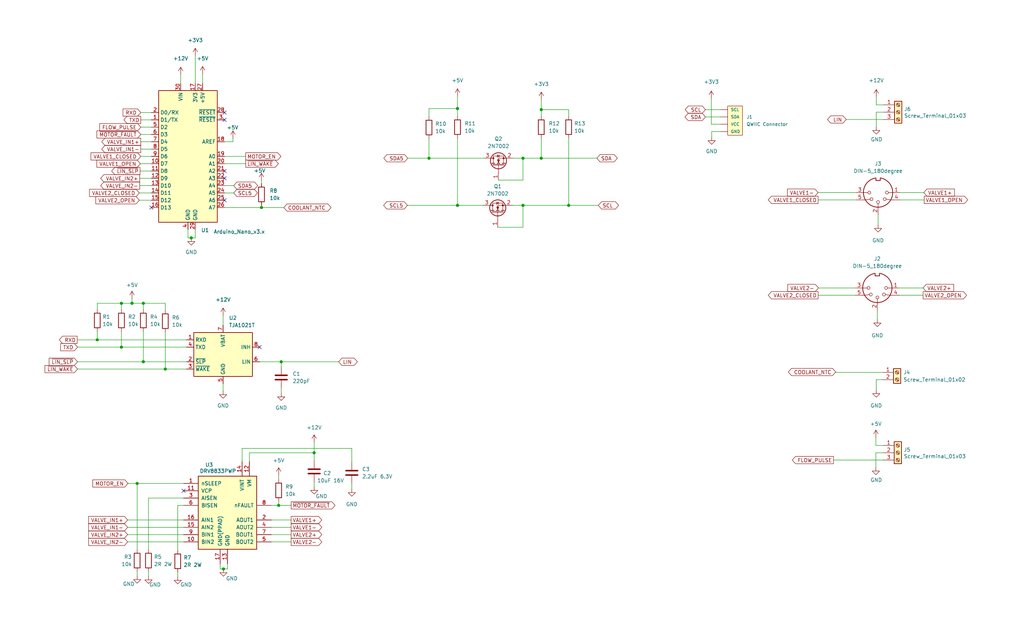
<source format=kicad_sch>
(kicad_sch (version 20211123) (generator eeschema)
  (paper "USLegal")
  (title_block (title "LINBus Valve Controller") (date "2023-02-04") (rev "1.0") (company "Gavin Hurlbut"))
  (lib_symbols
    (symbol "Connector:DIN-5_180degree" (pin_names (offset 1.016))
      (property "Reference" "J" (at 3.175 5.715 0))
      (property "Value" "DIN-5_180degree" (at 0 -6.35 0))
      (symbol "DIN-5_180degree_0_1"
        (arc (start -5.08 0) (mid -3.8609 -3.3364) (end -0.762 -5.08) (stroke (width 0.254)))
        (circle (center -3.048 0) (radius 0.508))
        (circle (center -2.286 2.286) (radius 0.508))
        (polyline (pts (xy -5.08 0) (xy -3.556 0)))
        (polyline (pts (xy 0 5.08) (xy 0 3.81)))
        (polyline (pts (xy 5.08 0) (xy 3.556 0)))
        (polyline (pts (xy -5.08 2.54) (xy -4.318 2.54) (xy -2.794 2.286)))
        (polyline (pts (xy 5.08 2.54) (xy 4.318 2.54) (xy 2.794 2.286)))
        (polyline (pts (xy -0.762 -4.953) (xy -0.762 -4.191) (xy 0.762 -4.191) (xy 0.762 -4.953)) (stroke (width 0.254)))
        (circle (center 0 3.302) (radius 0.508))
        (arc (start 0.762 -5.08) (mid 3.8685 -3.343) (end 5.08 0) (stroke (width 0.254)))
        (circle (center 2.286 2.286) (radius 0.508))
        (circle (center 3.048 0) (radius 0.508))
        (arc (start 5.08 0) (mid 0 5.08) (end -5.08 0) (stroke (width 0.254)))
      )
      (symbol "DIN-5_180degree_1_1"
        (pin passive line (at -7.62 0 0) (length 2.54) (name "~") (number "1"))
        (pin passive line (at 0 7.62 270) (length 2.54) (name "~") (number "2"))
        (pin passive line (at 7.62 0 180) (length 2.54) (name "~") (number "3"))
        (pin passive line (at -7.62 2.54 0) (length 2.54) (name "~") (number "4"))
        (pin passive line (at 7.62 2.54 180) (length 2.54) (name "~") (number "5"))
      )
    )
    (symbol "Connector:Screw_Terminal_01x02" (pin_names (offset 1.016) hide)
      (property "Reference" "J" (at 0 2.54 0))
      (property "Value" "Screw_Terminal_01x02" (at 0 -5.08 0))
      (symbol "Screw_Terminal_01x02_1_1"
        (rectangle (start -1.27 1.27) (end 1.27 -3.81) (stroke (width 0.254)) (fill (type background)))
        (circle (center 0 -2.54) (radius 0.635) (stroke (width 0.1524)))
        (polyline (pts (xy -0.5334 -2.2098) (xy 0.3302 -3.048)) (stroke (width 0.1524)))
        (polyline (pts (xy -0.5334 0.3302) (xy 0.3302 -0.508)) (stroke (width 0.1524)))
        (polyline (pts (xy -0.3556 -2.032) (xy 0.508 -2.8702)) (stroke (width 0.1524)))
        (polyline (pts (xy -0.3556 0.508) (xy 0.508 -0.3302)) (stroke (width 0.1524)))
        (circle (center 0 0) (radius 0.635) (stroke (width 0.1524)))
        (pin passive line (at -5.08 0 0) (length 3.81) (name "Pin_1") (number "1"))
        (pin passive line (at -5.08 -2.54 0) (length 3.81) (name "Pin_2") (number "2"))
      )
    )
    (symbol "Connector:Screw_Terminal_01x03" (pin_names (offset 1.016) hide)
      (property "Reference" "J" (at 0 5.08 0))
      (property "Value" "Screw_Terminal_01x03" (at 0 -5.08 0))
      (symbol "Screw_Terminal_01x03_1_1"
        (rectangle (start -1.27 3.81) (end 1.27 -3.81) (stroke (width 0.254)) (fill (type background)))
        (circle (center 0 -2.54) (radius 0.635) (stroke (width 0.1524)))
        (polyline (pts (xy -0.5334 -2.2098) (xy 0.3302 -3.048)) (stroke (width 0.1524)))
        (polyline (pts (xy -0.5334 0.3302) (xy 0.3302 -0.508)) (stroke (width 0.1524)))
        (polyline (pts (xy -0.5334 2.8702) (xy 0.3302 2.032)) (stroke (width 0.1524)))
        (polyline (pts (xy -0.3556 -2.032) (xy 0.508 -2.8702)) (stroke (width 0.1524)))
        (polyline (pts (xy -0.3556 0.508) (xy 0.508 -0.3302)) (stroke (width 0.1524)))
        (polyline (pts (xy -0.3556 3.048) (xy 0.508 2.2098)) (stroke (width 0.1524)))
        (circle (center 0 0) (radius 0.635) (stroke (width 0.1524)))
        (circle (center 0 2.54) (radius 0.635) (stroke (width 0.1524)))
        (pin passive line (at -5.08 2.54 0) (length 3.81) (name "Pin_1") (number "1"))
        (pin passive line (at -5.08 0 0) (length 3.81) (name "Pin_2") (number "2"))
        (pin passive line (at -5.08 -2.54 0) (length 3.81) (name "Pin_3") (number "3"))
      )
    )
    (symbol "Device:C" (pin_numbers hide) (pin_names (offset 0.254))
      (property "Reference" "C" (at 0.635 2.54 0))
      (property "Value" "C" (at 0.635 -2.54 0))
      (symbol "C_0_1"
        (polyline (pts (xy -2.032 -0.762) (xy 2.032 -0.762)) (stroke (width 0.508)))
        (polyline (pts (xy -2.032 0.762) (xy 2.032 0.762)) (stroke (width 0.508)))
      )
      (symbol "C_1_1"
        (pin passive line (at 0 3.81 270) (length 2.794) (name "~") (number "1"))
        (pin passive line (at 0 -3.81 90) (length 2.794) (name "~") (number "2"))
      )
    )
    (symbol "Device:R" (pin_numbers hide) (pin_names (offset 0))
      (property "Reference" "R" (at 2.032 0 90))
      (property "Value" "R" (at 0 0 90))
      (symbol "R_0_1"
        (rectangle (start -1.016 -2.54) (end 1.016 2.54) (stroke (width 0.254)))
      )
      (symbol "R_1_1"
        (pin passive line (at 0 3.81 270) (length 1.27) (name "~") (number "1"))
        (pin passive line (at 0 -3.81 90) (length 1.27) (name "~") (number "2"))
      )
    )
    (symbol "Driver_Motor:DRV8833PWP" (pin_names (offset 1.016))
      (property "Reference" "U" (at -3.81 16.51 0))
      (property "Value" "DRV8833PWP" (at -3.81 13.97 0))
      (symbol "DRV8833PWP_0_1"
        (rectangle (start -10.16 12.7) (end 10.16 -12.7) (stroke (width 0.254)) (fill (type background)))
      )
      (symbol "DRV8833PWP_1_1"
        (pin input line (at -15.24 10.16 0) (length 5.08) (name "nSLEEP") (number "1"))
        (pin input line (at -15.24 -10.16 0) (length 5.08) (name "BIN2") (number "10"))
        (pin bidirectional line (at -15.24 7.62 0) (length 5.08) (name "VCP") (number "11"))
        (pin power_in line (at 7.62 17.78 270) (length 5.08) (name "VM") (number "12"))
        (pin power_in line (at 0 -17.78 90) (length 5.08) (name "GND") (number "13"))
        (pin power_in line (at 5.08 17.78 270) (length 5.08) (name "VINT") (number "14"))
        (pin input line (at -15.24 -5.08 0) (length 5.08) (name "AIN2") (number "15"))
        (pin input line (at -15.24 -2.54 0) (length 5.08) (name "AIN1") (number "16"))
        (pin power_in line (at -2.54 -17.78 90) (length 5.08) (name "GND(PPAD)") (number "17"))
        (pin power_out line (at 15.24 -2.54 180) (length 5.08) (name "AOUT1") (number "2"))
        (pin bidirectional line (at -15.24 5.08 0) (length 5.08) (name "AISEN") (number "3"))
        (pin power_out line (at 15.24 -5.08 180) (length 5.08) (name "AOUT2") (number "4"))
        (pin power_out line (at 15.24 -10.16 180) (length 5.08) (name "BOUT2") (number "5"))
        (pin bidirectional line (at -15.24 2.54 0) (length 5.08) (name "BISEN") (number "6"))
        (pin power_out line (at 15.24 -7.62 180) (length 5.08) (name "BOUT1") (number "7"))
        (pin open_collector line (at 15.24 2.54 180) (length 5.08) (name "nFAULT") (number "8"))
        (pin input line (at -15.24 -7.62 0) (length 5.08) (name "BIN1") (number "9"))
      )
    )
    (symbol "Interface_CAN_LIN:TJA1021T"
      (property "Reference" "U" (at -10.16 8.89 0))
      (property "Value" "TJA1021T" (at 1.27 8.89 0))
      (symbol "TJA1021T_0_1"
        (rectangle (start -10.16 7.62) (end 10.16 -7.62) (stroke (width 0.254)) (fill (type background)))
      )
      (symbol "TJA1021T_1_1"
        (pin open_collector line (at -12.7 5.08 0) (length 2.54) (name "RXD") (number "1"))
        (pin input line (at -12.7 -2.54 0) (length 2.54) (name "~{SLP}") (number "2"))
        (pin input line (at -12.7 -5.08 0) (length 2.54) (name "~{WAKE}") (number "3"))
        (pin input line (at -12.7 2.54 0) (length 2.54) (name "TXD") (number "4"))
        (pin power_in line (at 0 -10.16 90) (length 2.54) (name "GND") (number "5"))
        (pin bidirectional line (at 12.7 -2.54 180) (length 2.54) (name "LIN") (number "6"))
        (pin power_in line (at 0 10.16 270) (length 2.54) (name "VBAT") (number "7"))
        (pin output line (at 12.7 2.54 180) (length 2.54) (name "INH") (number "8"))
      )
    )
    (symbol "MCU_Module:Arduino_Nano_v3.x"
      (property "Reference" "A" (at -10.16 23.495 0))
      (property "Value" "Arduino_Nano_v3.x" (at 5.08 -24.13 0))
      (symbol "Arduino_Nano_v3.x_0_1"
        (rectangle (start -10.16 22.86) (end 10.16 -22.86) (stroke (width 0.254)) (fill (type background)))
      )
      (symbol "Arduino_Nano_v3.x_1_1"
        (pin bidirectional line (at -12.7 12.7 0) (length 2.54) (name "D1/TX") (number "1"))
        (pin bidirectional line (at -12.7 -2.54 0) (length 2.54) (name "D7") (number "10"))
        (pin bidirectional line (at -12.7 -5.08 0) (length 2.54) (name "D8") (number "11"))
        (pin bidirectional line (at -12.7 -7.62 0) (length 2.54) (name "D9") (number "12"))
        (pin bidirectional line (at -12.7 -10.16 0) (length 2.54) (name "D10") (number "13"))
        (pin bidirectional line (at -12.7 -12.7 0) (length 2.54) (name "D11") (number "14"))
        (pin bidirectional line (at -12.7 -15.24 0) (length 2.54) (name "D12") (number "15"))
        (pin bidirectional line (at -12.7 -17.78 0) (length 2.54) (name "D13") (number "16"))
        (pin power_out line (at 2.54 25.4 270) (length 2.54) (name "3V3") (number "17"))
        (pin input line (at 12.7 5.08 180) (length 2.54) (name "AREF") (number "18"))
        (pin bidirectional line (at 12.7 0 180) (length 2.54) (name "A0") (number "19"))
        (pin bidirectional line (at -12.7 15.24 0) (length 2.54) (name "D0/RX") (number "2"))
        (pin bidirectional line (at 12.7 -2.54 180) (length 2.54) (name "A1") (number "20"))
        (pin bidirectional line (at 12.7 -5.08 180) (length 2.54) (name "A2") (number "21"))
        (pin bidirectional line (at 12.7 -7.62 180) (length 2.54) (name "A3") (number "22"))
        (pin bidirectional line (at 12.7 -10.16 180) (length 2.54) (name "A4") (number "23"))
        (pin bidirectional line (at 12.7 -12.7 180) (length 2.54) (name "A5") (number "24"))
        (pin bidirectional line (at 12.7 -15.24 180) (length 2.54) (name "A6") (number "25"))
        (pin bidirectional line (at 12.7 -17.78 180) (length 2.54) (name "A7") (number "26"))
        (pin power_out line (at 5.08 25.4 270) (length 2.54) (name "+5V") (number "27"))
        (pin input line (at 12.7 15.24 180) (length 2.54) (name "~{RESET}") (number "28"))
        (pin power_in line (at 2.54 -25.4 90) (length 2.54) (name "GND") (number "29"))
        (pin input line (at 12.7 12.7 180) (length 2.54) (name "~{RESET}") (number "3"))
        (pin power_in line (at -2.54 25.4 270) (length 2.54) (name "VIN") (number "30"))
        (pin power_in line (at 0 -25.4 90) (length 2.54) (name "GND") (number "4"))
        (pin bidirectional line (at -12.7 10.16 0) (length 2.54) (name "D2") (number "5"))
        (pin bidirectional line (at -12.7 7.62 0) (length 2.54) (name "D3") (number "6"))
        (pin bidirectional line (at -12.7 5.08 0) (length 2.54) (name "D4") (number "7"))
        (pin bidirectional line (at -12.7 2.54 0) (length 2.54) (name "D5") (number "8"))
        (pin bidirectional line (at -12.7 0 0) (length 2.54) (name "D6") (number "9"))
      )
    )
    (symbol "SparkFun-Connectors:I2C_STANDARDQWIIC" (pin_numbers hide) (pin_names (offset 1.016))
      (property "Reference" "J" (at -5.08 10.16 0))
      (property "Value" "I2C_STANDARDQWIIC" (at -5.08 -3.81 0))
      (property "Field4" "CONN-13729" (at 0 13.97 0))
      (symbol "I2C_STANDARDQWIIC_1_0"
        (rectangle (start 0 -1.27) (end -5.08 8.89) (fill (type background)))
      )
      (symbol "I2C_STANDARDQWIIC_1_1"
        (pin power_in line (at 2.54 0 180) (length 2.54) (name "GND") (number "1"))
        (pin power_in line (at 2.54 2.54 180) (length 2.54) (name "VCC") (number "2"))
        (pin passive line (at 2.54 5.08 180) (length 2.54) (name "SDA") (number "3"))
        (pin passive line (at 2.54 7.62 180) (length 2.54) (name "SCL") (number "4"))
      )
    )
    (symbol "Transistor_FET:2N7002" (pin_names hide)
      (property "Reference" "Q" (at 5.08 1.905 0))
      (property "Value" "2N7002" (at 5.08 0 0))
      (symbol "2N7002_0_1"
        (polyline (pts (xy 0.254 0) (xy -2.54 0)))
        (polyline (pts (xy 0.254 1.905) (xy 0.254 -1.905)) (stroke (width 0.254)))
        (polyline (pts (xy 0.762 -1.27) (xy 0.762 -2.286)) (stroke (width 0.254)))
        (polyline (pts (xy 0.762 0.508) (xy 0.762 -0.508)) (stroke (width 0.254)))
        (polyline (pts (xy 0.762 2.286) (xy 0.762 1.27)) (stroke (width 0.254)))
        (polyline (pts (xy 2.54 2.54) (xy 2.54 1.778)))
        (polyline (pts (xy 2.54 -2.54) (xy 2.54 0) (xy 0.762 0)))
        (polyline (pts (xy 0.762 -1.778) (xy 3.302 -1.778) (xy 3.302 1.778) (xy 0.762 1.778)))
        (polyline (pts (xy 1.016 0) (xy 2.032 0.381) (xy 2.032 -0.381) (xy 1.016 0)) (fill (type outline)))
        (polyline (pts (xy 2.794 0.508) (xy 2.921 0.381) (xy 3.683 0.381) (xy 3.81 0.254)))
        (polyline (pts (xy 3.302 0.381) (xy 2.921 -0.254) (xy 3.683 -0.254) (xy 3.302 0.381)))
        (circle (center 1.651 0) (radius 2.794) (stroke (width 0.254)))
        (circle (center 2.54 -1.778) (radius 0.254) (fill (type outline)))
        (circle (center 2.54 1.778) (radius 0.254) (fill (type outline)))
      )
      (symbol "2N7002_1_1"
        (pin input line (at -5.08 0 0) (length 2.54) (name "G") (number "1"))
        (pin passive line (at 2.54 -5.08 90) (length 2.54) (name "S") (number "2"))
        (pin passive line (at 2.54 5.08 270) (length 2.54) (name "D") (number "3"))
      )
    )
    (symbol "power:+12V" (power) (pin_names (offset 0))
      (property "Value" "+12V" (at 0 3.556 0))
      (symbol "+12V_0_1"
        (polyline (pts (xy -0.762 1.27) (xy 0 2.54)))
        (polyline (pts (xy 0 0) (xy 0 2.54)))
        (polyline (pts (xy 0 2.54) (xy 0.762 1.27)))
      )
      (symbol "+12V_1_1"
        (pin power_in line (at 0 0 90) (length 0) hide (name "+12V") (number "1"))
      )
    )
    (symbol "power:+3V3" (power) (pin_names (offset 0))
      (property "Value" "+3V3" (at 0 3.556 0))
      (symbol "+3V3_0_1"
        (polyline (pts (xy -0.762 1.27) (xy 0 2.54)))
        (polyline (pts (xy 0 0) (xy 0 2.54)))
        (polyline (pts (xy 0 2.54) (xy 0.762 1.27)))
      )
      (symbol "+3V3_1_1"
        (pin power_in line (at 0 0 90) (length 0) hide (name "+3V3") (number "1"))
      )
    )
    (symbol "power:+5V" (power) (pin_names (offset 0))
      (property "Value" "+5V" (at 0 3.556 0))
      (symbol "+5V_0_1"
        (polyline (pts (xy -0.762 1.27) (xy 0 2.54)))
        (polyline (pts (xy 0 0) (xy 0 2.54)))
        (polyline (pts (xy 0 2.54) (xy 0.762 1.27)))
      )
      (symbol "+5V_1_1"
        (pin power_in line (at 0 0 90) (length 0) hide (name "+5V") (number "1"))
      )
    )
    (symbol "power:GND" (power) (pin_names (offset 0))
      (property "Value" "GND" (at 0 -3.81 0))
      (symbol "GND_0_1"
        (polyline (pts (xy 0 0) (xy 0 -1.27) (xy 1.27 -1.27) (xy 0 -2.54) (xy -1.27 -1.27) (xy 0 -1.27)))
      )
      (symbol "GND_1_1"
        (pin power_in line (at 0 0 270) (length 0) hide (name "GND") (number "1"))
      )
    )
  )
  (junction (at 148.971 54.991))
  (junction (at 197.485 71.374))
  (junction (at 90.805 72.136))
  (junction (at 97.663 125.73))
  (junction (at 187.96 38.1))
  (junction (at 187.96 54.991))
  (junction (at 33.782 118.11))
  (junction (at 77.597 197.739))
  (junction (at 47.625 168.021))
  (junction (at 96.774 175.641))
  (junction (at 42.164 120.65))
  (junction (at 49.784 125.73))
  (junction (at 66.421 82.677))
  (junction (at 158.877 71.374))
  (junction (at 158.877 37.719))
  (junction (at 57.404 128.27))
  (junction (at 45.847 105.41))
  (junction (at 42.164 105.41))
  (junction (at 181.61 54.991))
  (junction (at 181.61 71.374))
  (junction (at 109.093 157.353))
  (junction (at 49.784 105.41))
  (no_connect (at 63.754 170.561))
  (no_connect (at 77.978 69.596))
  (no_connect (at 77.978 39.116))
  (no_connect (at 77.978 61.976))
  (no_connect (at 52.578 72.136))
  (no_connect (at 77.978 41.656))
  (no_connect (at 77.978 59.436))
  (no_connect (at 90.17 120.65))
  (wire (pts (xy 62.738 25.908) (xy 62.738 28.956)))
  (wire (pts (xy 42.164 115.189) (xy 42.164 120.65)))
  (wire (pts (xy 304.165 162.433) (xy 304.165 157.353)))
  (wire (pts (xy 48.895 54.356) (xy 52.578 54.356)))
  (wire (pts (xy 48.895 49.276) (xy 52.578 49.276)))
  (wire (pts (xy 90.17 125.73) (xy 97.663 125.73)))
  (wire (pts (xy 33.782 118.11) (xy 64.77 118.11)))
  (wire (pts (xy 247.142 45.72) (xy 250.19 45.72)))
  (wire (pts (xy 77.978 54.356) (xy 85.344 54.356)))
  (wire (pts (xy 26.924 128.27) (xy 57.404 128.27)))
  (wire (pts (xy 90.805 72.136) (xy 90.805 71.374)))
  (wire (pts (xy 290.195 129.286) (xy 290.195 129.413)))
  (wire (pts (xy 97.663 125.73) (xy 117.602 125.73)))
  (wire (pts (xy 197.485 38.1) (xy 197.485 40.386)))
  (wire (pts (xy 44.323 188.341) (xy 63.754 188.341)))
  (wire (pts (xy 90.805 62.738) (xy 90.805 63.754)))
  (wire (pts (xy 96.774 175.641) (xy 96.774 174.244)))
  (wire (pts (xy 45.847 105.41) (xy 49.784 105.41)))
  (wire (pts (xy 77.47 133.35) (xy 77.47 135.89)))
  (wire (pts (xy 65.278 79.756) (xy 65.278 82.677)))
  (wire (pts (xy 61.722 198.882) (xy 61.722 200.406)))
  (wire (pts (xy 76.454 197.739) (xy 77.597 197.739)))
  (wire (pts (xy 49.784 125.73) (xy 64.77 125.73)))
  (wire (pts (xy 44.323 180.721) (xy 63.754 180.721)))
  (wire (pts (xy 78.994 197.739) (xy 78.994 195.961)))
  (wire (pts (xy 187.96 38.1) (xy 187.96 40.386)))
  (wire (pts (xy 70.358 25.654) (xy 70.358 28.956)))
  (wire (pts (xy 65.278 82.677) (xy 66.421 82.677)))
  (wire (pts (xy 33.782 107.569) (xy 33.782 105.41)))
  (wire (pts (xy 187.96 34.544) (xy 187.96 38.1)))
  (wire (pts (xy 181.61 78.994) (xy 181.61 71.374)))
  (wire (pts (xy 51.562 198.628) (xy 51.562 200.279)))
  (wire (pts (xy 49.784 115.189) (xy 49.784 125.73)))
  (wire (pts (xy 148.971 48.133) (xy 148.971 54.991)))
  (wire (pts (xy 94.234 180.721) (xy 101.092 180.721)))
  (wire (pts (xy 244.983 40.64) (xy 250.19 40.64)))
  (wire (pts (xy 141.605 54.991) (xy 148.971 54.991)))
  (wire (pts (xy 97.663 125.73) (xy 97.663 127.381)))
  (wire (pts (xy 48.387 67.056) (xy 52.578 67.056)))
  (wire (pts (xy 247.142 47.625) (xy 247.142 45.72)))
  (wire (pts (xy 284.226 100.076) (xy 297.053 100.076)))
  (wire (pts (xy 49.784 105.41) (xy 49.784 107.569)))
  (wire (pts (xy 77.597 197.739) (xy 78.994 197.739)))
  (wire (pts (xy 57.404 115.443) (xy 57.404 128.27)))
  (wire (pts (xy 304.292 135.509) (xy 304.292 131.953)))
  (wire (pts (xy 158.877 40.386) (xy 158.877 37.719)))
  (wire (pts (xy 109.093 153.67) (xy 109.093 157.353)))
  (wire (pts (xy 48.895 41.656) (xy 52.578 41.656)))
  (wire (pts (xy 158.877 33.401) (xy 158.877 37.719)))
  (wire (pts (xy 312.293 100.076) (xy 320.548 100.076)))
  (wire (pts (xy 304.165 154.813) (xy 306.705 154.813)))
  (wire (pts (xy 158.877 71.374) (xy 167.767 71.374)))
  (wire (pts (xy 47.625 168.021) (xy 63.754 168.021)))
  (wire (pts (xy 304.165 154.813) (xy 304.165 152.019)))
  (wire (pts (xy 49.784 105.41) (xy 57.404 105.41)))
  (wire (pts (xy 86.614 160.401) (xy 86.614 157.353)))
  (wire (pts (xy 76.454 195.961) (xy 76.454 197.739)))
  (wire (pts (xy 304.927 74.549) (xy 304.927 78.105)))
  (wire (pts (xy 244.983 38.1) (xy 250.19 38.1)))
  (wire (pts (xy 57.404 105.41) (xy 57.404 107.823)))
  (wire (pts (xy 304.292 36.449) (xy 304.292 33.655)))
  (wire (pts (xy 94.234 188.341) (xy 101.092 188.341)))
  (wire (pts (xy 96.774 165.1) (xy 96.774 166.624)))
  (wire (pts (xy 47.625 191.008) (xy 47.625 168.021)))
  (wire (pts (xy 57.404 128.27) (xy 64.77 128.27)))
  (wire (pts (xy 48.641 59.436) (xy 52.578 59.436)))
  (wire (pts (xy 304.292 131.953) (xy 306.451 131.953)))
  (wire (pts (xy 77.47 109.601) (xy 77.47 113.03)))
  (wire (pts (xy 148.971 37.719) (xy 158.877 37.719)))
  (wire (pts (xy 304.673 107.696) (xy 304.673 110.998)))
  (wire (pts (xy 67.818 19.304) (xy 67.818 28.956)))
  (wire (pts (xy 48.514 61.976) (xy 52.578 61.976)))
  (wire (pts (xy 109.093 157.353) (xy 109.093 160.02)))
  (wire (pts (xy 141.478 71.374) (xy 158.877 71.374)))
  (wire (pts (xy 148.971 54.991) (xy 168.021 54.991)))
  (wire (pts (xy 181.61 71.374) (xy 197.485 71.374)))
  (wire (pts (xy 158.877 48.006) (xy 158.877 71.374)))
  (wire (pts (xy 84.074 155.829) (xy 122.174 155.829)))
  (wire (pts (xy 173.101 62.611) (xy 181.61 62.611)))
  (wire (pts (xy 77.978 72.136) (xy 90.805 72.136)))
  (wire (pts (xy 26.924 125.73) (xy 49.784 125.73)))
  (wire (pts (xy 51.562 173.101) (xy 63.754 173.101)))
  (wire (pts (xy 42.164 105.41) (xy 42.164 107.569)))
  (wire (pts (xy 48.514 64.516) (xy 52.578 64.516)))
  (wire (pts (xy 26.797 118.11) (xy 33.782 118.11)))
  (wire (pts (xy 94.234 175.641) (xy 96.774 175.641)))
  (wire (pts (xy 97.663 135.001) (xy 97.663 136.652)))
  (wire (pts (xy 48.387 69.596) (xy 52.578 69.596)))
  (wire (pts (xy 197.485 48.006) (xy 197.485 71.374)))
  (wire (pts (xy 66.421 82.677) (xy 67.818 82.677)))
  (wire (pts (xy 284.099 102.616) (xy 297.053 102.616)))
  (wire (pts (xy 148.971 37.719) (xy 148.971 40.513)))
  (wire (pts (xy 304.292 38.989) (xy 306.832 38.989)))
  (wire (pts (xy 312.293 102.616) (xy 320.548 102.616)))
  (wire (pts (xy 306.451 129.413) (xy 290.195 129.413)))
  (wire (pts (xy 284.099 69.469) (xy 297.307 69.469)))
  (wire (pts (xy 187.96 54.991) (xy 207.264 54.991)))
  (wire (pts (xy 181.61 54.991) (xy 187.96 54.991)))
  (wire (pts (xy 312.547 69.469) (xy 320.929 69.469)))
  (wire (pts (xy 84.074 160.401) (xy 84.074 155.829)))
  (wire (pts (xy 47.625 198.628) (xy 47.625 200.152)))
  (wire (pts (xy 63.754 183.261) (xy 44.323 183.261)))
  (wire (pts (xy 48.768 56.896) (xy 52.578 56.896)))
  (wire (pts (xy 33.782 115.189) (xy 33.782 118.11)))
  (wire (pts (xy 61.722 191.262) (xy 61.722 175.641)))
  (wire (pts (xy 42.164 105.41) (xy 45.847 105.41)))
  (wire (pts (xy 26.924 120.65) (xy 42.164 120.65)))
  (wire (pts (xy 77.978 67.056) (xy 81.153 67.056)))
  (wire (pts (xy 61.722 175.641) (xy 63.754 175.641)))
  (wire (pts (xy 177.927 71.374) (xy 181.61 71.374)))
  (wire (pts (xy 178.181 54.991) (xy 181.61 54.991)))
  (wire (pts (xy 90.805 72.136) (xy 98.552 72.136)))
  (wire (pts (xy 304.292 44.069) (xy 304.292 38.989)))
  (wire (pts (xy 86.614 157.353) (xy 109.093 157.353)))
  (wire (pts (xy 304.292 36.449) (xy 306.832 36.449)))
  (wire (pts (xy 42.164 120.65) (xy 64.77 120.65)))
  (wire (pts (xy 304.165 157.353) (xy 306.705 157.353)))
  (wire (pts (xy 284.099 66.929) (xy 297.307 66.929)))
  (wire (pts (xy 44.45 168.021) (xy 47.625 168.021)))
  (wire (pts (xy 44.323 185.801) (xy 63.754 185.801)))
  (wire (pts (xy 197.485 71.374) (xy 207.772 71.374)))
  (wire (pts (xy 122.174 155.829) (xy 122.174 160.528)))
  (wire (pts (xy 187.96 38.1) (xy 197.485 38.1)))
  (wire (pts (xy 77.978 56.896) (xy 85.344 56.896)))
  (wire (pts (xy 94.234 185.801) (xy 101.092 185.801)))
  (wire (pts (xy 48.895 44.196) (xy 52.578 44.196)))
  (wire (pts (xy 48.895 51.816) (xy 52.578 51.816)))
  (wire (pts (xy 77.978 64.516) (xy 81.153 64.516)))
  (wire (pts (xy 67.818 79.756) (xy 67.818 82.677)))
  (wire (pts (xy 122.174 169.926) (xy 122.174 168.148)))
  (wire (pts (xy 80.899 48.006) (xy 80.899 49.276)))
  (wire (pts (xy 172.847 78.994) (xy 181.61 78.994)))
  (wire (pts (xy 96.774 175.641) (xy 101.092 175.641)))
  (wire (pts (xy 48.895 46.736) (xy 52.578 46.736)))
  (wire (pts (xy 94.234 183.261) (xy 101.092 183.261)))
  (wire (pts (xy 51.562 191.008) (xy 51.562 173.101)))
  (wire (pts (xy 181.61 62.611) (xy 181.61 54.991)))
  (wire (pts (xy 312.547 66.929) (xy 320.802 66.929)))
  (wire (pts (xy 48.895 39.116) (xy 52.578 39.116)))
  (wire (pts (xy 247.015 43.18) (xy 250.19 43.18)))
  (wire (pts (xy 109.093 167.64) (xy 109.093 169.164)))
  (wire (pts (xy 306.832 41.529) (xy 293.878 41.529)))
  (wire (pts (xy 33.782 105.41) (xy 42.164 105.41)))
  (wire (pts (xy 247.015 34.163) (xy 247.015 43.18)))
  (wire (pts (xy 187.96 48.006) (xy 187.96 54.991)))
  (wire (pts (xy 45.847 103.759) (xy 45.847 105.41)))
  (wire (pts (xy 77.978 49.276) (xy 80.899 49.276)))
  (wire (pts (xy 289.433 159.893) (xy 306.705 159.893)))
  (global_label "SCL" (shape bidirectional) (at 207.772 71.374 0) (property "Intersheet References" "${INTERSHEET_REFS}" (effects hide)))
  (global_label "VALVE_IN2-" (shape output) (at 48.514 64.516 180) (property "Intersheet References" "${INTERSHEET_REFS}" (effects hide)))
  (global_label "MOTOR_EN" (shape output) (at 85.344 54.356 0) (property "Intersheet References" "${INTERSHEET_REFS}" (effects hide)))
  (global_label "VALVE2_OPEN" (shape input) (at 48.387 69.596 180) (property "Intersheet References" "${INTERSHEET_REFS}" (effects hide)))
  (global_label "VALVE2-" (shape output) (at 101.092 188.341 0) (property "Intersheet References" "${INTERSHEET_REFS}" (effects hide)))
  (global_label "~{LIN_WAKE}" (shape output) (at 85.344 56.896 0) (property "Intersheet References" "${INTERSHEET_REFS}" (effects hide)))
  (global_label "VALVE2_OPEN" (shape output) (at 320.548 102.616 0) (property "Intersheet References" "${INTERSHEET_REFS}" (effects hide)))
  (global_label "VALVE_IN1-" (shape output) (at 48.895 51.816 180) (property "Intersheet References" "${INTERSHEET_REFS}" (effects hide)))
  (global_label "VALVE_IN1-" (shape input) (at 44.323 183.261 180) (property "Intersheet References" "${INTERSHEET_REFS}" (effects hide)))
  (global_label "VALVE1+" (shape output) (at 101.092 180.721 0) (property "Intersheet References" "${INTERSHEET_REFS}" (effects hide)))
  (global_label "SDA" (shape bidirectional) (at 244.983 40.64 180) (property "Intersheet References" "${INTERSHEET_REFS}" (effects hide)))
  (global_label "VALVE2_CLOSED" (shape input) (at 48.387 67.056 180) (property "Intersheet References" "${INTERSHEET_REFS}" (effects hide)))
  (global_label "SCL5" (shape bidirectional) (at 141.478 71.374 180) (property "Intersheet References" "${INTERSHEET_REFS}" (effects hide)))
  (global_label "VALVE1-" (shape output) (at 101.092 183.261 0) (property "Intersheet References" "${INTERSHEET_REFS}" (effects hide)))
  (global_label "RXD" (shape input) (at 48.895 39.116 180) (property "Intersheet References" "${INTERSHEET_REFS}" (effects hide)))
  (global_label "SDA" (shape bidirectional) (at 207.264 54.991 0) (property "Intersheet References" "${INTERSHEET_REFS}" (effects hide)))
  (global_label "VALVE1_CLOSED" (shape input) (at 48.895 54.356 180) (property "Intersheet References" "${INTERSHEET_REFS}" (effects hide)))
  (global_label "~{LIN_SLP}" (shape output) (at 48.641 59.436 180) (property "Intersheet References" "${INTERSHEET_REFS}" (effects hide)))
  (global_label "VALVE_IN2-" (shape input) (at 44.323 188.341 180) (property "Intersheet References" "${INTERSHEET_REFS}" (effects hide)))
  (global_label "TXD" (shape output) (at 48.895 41.656 180) (property "Intersheet References" "${INTERSHEET_REFS}" (effects hide)))
  (global_label "SCL" (shape bidirectional) (at 244.983 38.1 180) (property "Intersheet References" "${INTERSHEET_REFS}" (effects hide)))
  (global_label "FLOW_PULSE" (shape input) (at 48.895 44.196 180) (property "Intersheet References" "${INTERSHEET_REFS}" (effects hide)))
  (global_label "VALVE2+" (shape input) (at 320.548 100.076 0) (property "Intersheet References" "${INTERSHEET_REFS}" (effects hide)))
  (global_label "VALVE2_CLOSED" (shape output) (at 284.099 102.616 180) (property "Intersheet References" "${INTERSHEET_REFS}" (effects hide)))
  (global_label "VALVE1-" (shape input) (at 284.099 66.929 180) (property "Intersheet References" "${INTERSHEET_REFS}" (effects hide)))
  (global_label "~{LIN_WAKE}" (shape input) (at 26.924 128.27 180) (property "Intersheet References" "${INTERSHEET_REFS}" (effects hide)))
  (global_label "VALVE1+" (shape input) (at 320.802 66.929 0) (property "Intersheet References" "${INTERSHEET_REFS}" (effects hide)))
  (global_label "VALVE1_CLOSED" (shape output) (at 284.099 69.469 180) (property "Intersheet References" "${INTERSHEET_REFS}" (effects hide)))
  (global_label "SDA5" (shape bidirectional) (at 141.605 54.991 180) (property "Intersheet References" "${INTERSHEET_REFS}" (effects hide)))
  (global_label "TXD" (shape input) (at 26.924 120.65 180) (property "Intersheet References" "${INTERSHEET_REFS}" (effects hide)))
  (global_label "LIN" (shape bidirectional) (at 117.602 125.73 0) (property "Intersheet References" "${INTERSHEET_REFS}" (effects hide)))
  (global_label "LIN" (shape bidirectional) (at 293.878 41.529 180) (property "Intersheet References" "${INTERSHEET_REFS}" (effects hide)))
  (global_label "VALVE_IN2+" (shape input) (at 44.323 185.801 180) (property "Intersheet References" "${INTERSHEET_REFS}" (effects hide)))
  (global_label "~{MOTOR_FAULT}" (shape output) (at 101.092 175.641 0) (property "Intersheet References" "${INTERSHEET_REFS}" (effects hide)))
  (global_label "COOLANT_NTC" (shape bidirectional) (at 290.195 129.286 180) (property "Intersheet References" "${INTERSHEET_REFS}" (effects hide)))
  (global_label "VALVE_IN2+" (shape output) (at 48.514 61.976 180) (property "Intersheet References" "${INTERSHEET_REFS}" (effects hide)))
  (global_label "MOTOR_EN" (shape input) (at 44.45 168.021 180) (property "Intersheet References" "${INTERSHEET_REFS}" (effects hide)))
  (global_label "SDA5" (shape bidirectional) (at 81.153 64.516 0) (property "Intersheet References" "${INTERSHEET_REFS}" (effects hide)))
  (global_label "VALVE2+" (shape output) (at 101.092 185.801 0) (property "Intersheet References" "${INTERSHEET_REFS}" (effects hide)))
  (global_label "~{LIN_SLP}" (shape input) (at 26.924 125.73 180) (property "Intersheet References" "${INTERSHEET_REFS}" (effects hide)))
  (global_label "~{MOTOR_FAULT}" (shape input) (at 48.895 46.736 180) (property "Intersheet References" "${INTERSHEET_REFS}" (effects hide)))
  (global_label "VALVE_IN1+" (shape input) (at 44.323 180.721 180) (property "Intersheet References" "${INTERSHEET_REFS}" (effects hide)))
  (global_label "VALVE1_OPEN" (shape input) (at 48.768 56.896 180) (property "Intersheet References" "${INTERSHEET_REFS}" (effects hide)))
  (global_label "VALVE1_OPEN" (shape output) (at 320.929 69.469 0) (property "Intersheet References" "${INTERSHEET_REFS}" (effects hide)))
  (global_label "VALVE_IN1+" (shape output) (at 48.895 49.276 180) (property "Intersheet References" "${INTERSHEET_REFS}" (effects hide)))
  (global_label "COOLANT_NTC" (shape bidirectional) (at 98.552 72.136 0) (property "Intersheet References" "${INTERSHEET_REFS}" (effects hide)))
  (global_label "VALVE2-" (shape input) (at 284.226 100.076 180) (property "Intersheet References" "${INTERSHEET_REFS}" (effects hide)))
  (global_label "RXD" (shape output) (at 26.797 118.11 180) (property "Intersheet References" "${INTERSHEET_REFS}" (effects hide)))
  (global_label "SCL5" (shape bidirectional) (at 81.153 67.056 0) (property "Intersheet References" "${INTERSHEET_REFS}" (effects hide)))
  (global_label "FLOW_PULSE" (shape output) (at 289.433 159.893 180) (property "Intersheet References" "${INTERSHEET_REFS}" (effects hide)))
  (symbol (lib_id "Connector:Screw_Terminal_01x03") (at 311.912 38.989 0) (unit 1)
    (property "Reference" "J6" (at 313.944 37.9222 0) (effects (justify left)))
    (property "Value" "Screw_Terminal_01x03" (at 313.944 40.2336 0) (effects (justify left)))
    (property "Footprint" "TerminalBlock_TE-Connectivity:TerminalBlock_TE_282834-3_1x03_P2.54mm_Horizontal" (effects hide))
  )
  (symbol (lib_id "power:GND") (at 304.292 44.069 0) (unit 1)
    (property "Reference" "#PWR026" (effects hide))
    (property "Value" "GND" (at 304.419 48.4632 0))
  )
  (symbol (lib_id "power:GND") (at 109.093 169.164 0) (unit 1)
    (property "Reference" "#PWR017" (effects hide))
    (property "Value" "GND" (at 111.633 172.466 0))
  )
  (symbol (lib_id "Device:R") (at 49.784 111.379 0) (unit 1)
    (property "Reference" "R4" (at 52.07 110.1089 0) (effects (justify left)))
    (property "Value" "10k" (at 52.07 112.6489 0) (effects (justify left)))
    (property "Footprint" "Resistor_SMD:R_0805_2012Metric_Pad1.20x1.40mm_HandSolder" (effects hide))
  )
  (symbol (lib_id "Device:R") (at 61.722 195.072 0) (unit 1)
    (property "Reference" "R7" (at 63.754 193.8019 0) (effects (justify left)))
    (property "Value" "2R 2W" (at 63.754 196.3419 0) (effects (justify left)))
    (property "Footprint" "Resistor_SMD:R_2010_5025Metric_Pad1.40x2.65mm_HandSolder" (effects hide))
  )
  (symbol (lib_id "Device:R") (at 57.404 111.633 0) (unit 1)
    (property "Reference" "R6" (at 59.69 110.3629 0) (effects (justify left)))
    (property "Value" "10k" (at 59.69 112.9029 0) (effects (justify left)))
    (property "Footprint" "Resistor_SMD:R_0805_2012Metric_Pad1.20x1.40mm_HandSolder" (effects hide))
  )
  (symbol (lib_id "Device:R") (at 47.625 194.818 0) (unit 1)
    (property "Reference" "R3" (at 43.053 193.548 0) (effects (justify left)))
    (property "Value" "10k" (at 42.164 196.088 0) (effects (justify left)))
    (property "Footprint" "Resistor_SMD:R_0805_2012Metric_Pad1.20x1.40mm_HandSolder" (effects hide))
  )
  (symbol (lib_id "power:+12V") (at 304.292 33.655 0) (unit 1)
    (property "Reference" "#PWR025" (effects hide))
    (property "Value" "+12V" (at 304.292 27.94 0))
  )
  (symbol (lib_id "power:+12V") (at 62.738 25.908 0) (unit 1)
    (property "Reference" "#PWR05" (effects hide))
    (property "Value" "+12V" (at 62.738 20.32 0))
  )
  (symbol (lib_id "power:GND") (at 304.165 162.433 0) (unit 1)
    (property "Reference" "#PWR024" (effects hide))
    (property "Value" "GND" (at 304.292 166.8272 0))
  )
  (symbol (lib_id "power:GND") (at 122.174 169.926 0) (unit 1)
    (property "Reference" "#PWR018" (effects hide))
    (property "Value" "GND" (at 122.174 175.26 0))
  )
  (symbol (lib_id "Connector:Screw_Terminal_01x02") (at 311.531 129.413 0) (unit 1)
    (property "Reference" "J4" (at 313.69 129.4129 0) (effects (justify left)))
    (property "Value" "Screw_Terminal_01x02" (at 313.69 131.9529 0) (effects (justify left)))
    (property "Footprint" "TerminalBlock_TE-Connectivity:TerminalBlock_TE_282834-2_1x02_P2.54mm_Horizontal" (effects hide))
  )
  (symbol (lib_id "power:GND") (at 304.292 135.509 0) (unit 1)
    (property "Reference" "#PWR027" (effects hide))
    (property "Value" "GND" (at 304.292 140.97 0))
  )
  (symbol (lib_id "Device:R") (at 187.96 44.196 0) (unit 1)
    (property "Reference" "R12" (at 190.5 42.9259 0) (effects (justify left)))
    (property "Value" "10k" (at 190.5 45.4659 0) (effects (justify left)))
    (property "Footprint" "Resistor_SMD:R_0805_2012Metric" (effects hide))
  )
  (symbol (lib_id "Device:R") (at 51.562 194.818 0) (unit 1)
    (property "Reference" "R5" (at 53.467 193.5479 0) (effects (justify left)))
    (property "Value" "2R 2W" (at 53.467 196.0879 0) (effects (justify left)))
    (property "Footprint" "Resistor_SMD:R_2010_5025Metric_Pad1.40x2.65mm_HandSolder" (effects hide))
  )
  (symbol (lib_id "power:+5V") (at 158.877 33.401 0) (unit 1)
    (property "Reference" "#PWR019" (effects hide))
    (property "Value" "+5V" (at 158.877 27.94 0))
  )
  (symbol (lib_id "Interface_CAN_LIN:TJA1021T") (at 77.47 123.19 0) (unit 1)
    (property "Reference" "U2" (at 79.4894 110.49 0) (effects (justify left)))
    (property "Value" "TJA1021T" (at 79.4894 113.03 0) (effects (justify left)))
    (property "Footprint" "Package_SO:SOIC-8_3.9x4.9mm_P1.27mm" (effects hide))
    (property "Datasheet" "http://www.nxp.com/documents/data_sheet/TJA1021.pdf" (effects hide))
  )
  (symbol (lib_id "Connector:DIN-5_180degree") (at 304.673 100.076 180) (unit 1)
    (property "Reference" "J2" (at 304.6729 89.916 0))
    (property "Value" "DIN-5_180degree" (at 304.6729 92.456 0))
    (property "Footprint" "SparkFun-Connectors:DIN5-RA-PTH" (effects hide))
    (property "Datasheet" "http://www.mouser.com/ds/2/18/40_c091_abd_e-75918.pdf" (effects hide))
  )
  (symbol (lib_id "Device:R") (at 42.164 111.379 0) (unit 1)
    (property "Reference" "R2" (at 44.45 110.1089 0) (effects (justify left)))
    (property "Value" "10k" (at 44.45 112.6489 0) (effects (justify left)))
    (property "Footprint" "Resistor_SMD:R_0805_2012Metric_Pad1.20x1.40mm_HandSolder" (effects hide))
  )
  (symbol (lib_id "Connector:DIN-5_180degree") (at 304.927 66.929 180) (unit 1)
    (property "Reference" "J3" (at 304.9269 56.896 0))
    (property "Value" "DIN-5_180degree" (at 304.9269 59.436 0))
    (property "Footprint" "SparkFun-Connectors:DIN5-RA-PTH" (effects hide))
    (property "Datasheet" "http://www.mouser.com/ds/2/18/40_c091_abd_e-75918.pdf" (effects hide))
  )
  (symbol (lib_id "power:GND") (at 77.47 135.89 0) (unit 1)
    (property "Reference" "#PWR010" (effects hide))
    (property "Value" "GND" (at 77.47 140.97 0))
  )
  (symbol (lib_id "Device:R") (at 158.877 44.196 0) (unit 1)
    (property "Reference" "R11" (at 161.29 42.9259 0) (effects (justify left)))
    (property "Value" "10k" (at 161.29 45.4659 0) (effects (justify left)))
    (property "Footprint" "Resistor_SMD:R_0805_2012Metric" (effects hide))
  )
  (symbol (lib_id "SparkFun-Connectors:I2C_STANDARDQWIIC") (at 252.73 45.72 0) (mirror y) (unit 1)
    (property "Reference" "J1" (at 259.207 40.64 0) (effects (font (size 1.143 1.143)) (justify right)))
    (property "Value" "QWIIC Connector" (at 259.207 43.18 0) (effects (font (size 1.143 1.143)) (justify right)))
    (property "Footprint" "SparkFun-Connectors:1X04_1MM_RA" (effects hide))
    (property "Field4" "CONN-13729" (effects hide))
  )
  (symbol (lib_id "power:+5V") (at 90.805 62.738 0) (unit 1)
    (property "Reference" "#PWR013" (effects hide))
    (property "Value" "+5V" (at 90.17 59.309 0))
  )
  (symbol (lib_id "Device:R") (at 90.805 67.564 0) (unit 1)
    (property "Reference" "R8" (at 93.599 66.2939 0) (effects (justify left)))
    (property "Value" "10k" (at 93.599 68.8339 0) (effects (justify left)))
    (property "Footprint" "Resistor_SMD:R_0805_2012Metric" (effects hide))
  )
  (symbol (lib_id "Device:C") (at 109.093 163.83 0) (unit 1)
    (property "Reference" "C2" (at 112.268 164.465 0) (effects (justify left)))
    (property "Value" "10uF 16V" (at 110.109 167.005 0) (effects (justify left)))
    (property "Footprint" "Capacitor_SMD:C_1206_3216Metric_Pad1.33x1.80mm_HandSolder" (effects hide))
  )
  (symbol (lib_id "power:+5V") (at 45.847 103.759 0) (unit 1)
    (property "Reference" "#PWR01" (effects hide))
    (property "Value" "+5V" (at 45.847 99.06 0))
  )
  (symbol (lib_id "Device:R") (at 197.485 44.196 0) (unit 1)
    (property "Reference" "R13" (at 199.39 42.9259 0) (effects (justify left)))
    (property "Value" "10k" (at 199.39 45.4659 0) (effects (justify left)))
    (property "Footprint" "Resistor_SMD:R_0805_2012Metric" (effects hide))
  )
  (symbol (lib_id "Transistor_FET:2N7002") (at 172.847 73.914 90) (unit 1)
    (property "Reference" "Q1" (at 172.847 64.77 90))
    (property "Value" "2N7002" (at 172.847 67.31 90))
    (property "Footprint" "Package_TO_SOT_SMD:SOT-23" (effects hide))
    (property "Datasheet" "https://www.onsemi.com/pub/Collateral/NDS7002A-D.PDF" (effects hide))
  )
  (symbol (lib_id "power:+3V3") (at 67.818 19.304 0) (unit 1)
    (property "Reference" "#PWR07" (effects hide))
    (property "Value" "+3V3" (at 67.818 13.97 0))
  )
  (symbol (lib_id "Driver_Motor:DRV8833PWP") (at 78.994 178.181 0) (unit 1)
    (property "Reference" "U3" (at 71.247 161.544 0) (effects (justify left)))
    (property "Value" "DRV8833PWP" (at 69.342 163.703 0) (effects (justify left)))
    (property "Footprint" "Package_SO:HTSSOP-16-1EP_4.4x5mm_P0.65mm_EP3.4x5mm_Mask2.46x2.31mm_ThermalVias" (effects hide))
    (property "Datasheet" "http://www.ti.com/lit/ds/symlink/drv8833.pdf" (effects hide))
  )
  (symbol (lib_id "Device:C") (at 122.174 164.338 0) (unit 1)
    (property "Reference" "C3" (at 125.73 163.0679 0) (effects (justify left)))
    (property "Value" "2.2uF 6.3V" (at 125.73 165.6079 0) (effects (justify left)))
    (property "Footprint" "Capacitor_SMD:C_1206_3216Metric_Pad1.33x1.80mm_HandSolder" (effects hide))
  )
  (symbol (lib_id "Connector:Screw_Terminal_01x03") (at 311.785 157.353 0) (unit 1)
    (property "Reference" "J5" (at 313.817 156.2862 0) (effects (justify left)))
    (property "Value" "Screw_Terminal_01x03" (at 313.817 158.5976 0) (effects (justify left)))
    (property "Footprint" "TerminalBlock_TE-Connectivity:TerminalBlock_TE_282834-3_1x03_P2.54mm_Horizontal" (effects hide))
  )
  (symbol (lib_id "power:+3V3") (at 247.015 34.163 0) (unit 1)
    (property "Reference" "#PWR021" (effects hide))
    (property "Value" "+3V3" (at 247.015 28.448 0))
  )
  (symbol (lib_id "power:GND") (at 247.142 47.625 0) (unit 1)
    (property "Reference" "#PWR022" (effects hide))
    (property "Value" "GND" (at 247.142 52.578 0))
  )
  (symbol (lib_id "power:+12V") (at 109.093 153.67 0) (unit 1)
    (property "Reference" "#PWR016" (effects hide))
    (property "Value" "+12V" (at 109.093 148.59 0))
  )
  (symbol (lib_id "power:GND") (at 61.722 200.406 0) (unit 1)
    (property "Reference" "#PWR04" (effects hide))
    (property "Value" "GND" (at 64.643 203.2 0))
  )
  (symbol (lib_id "Device:R") (at 148.971 44.323 0) (unit 1)
    (property "Reference" "R10" (at 151.13 43.0529 0) (effects (justify left)))
    (property "Value" "10k" (at 151.13 45.5929 0) (effects (justify left)))
    (property "Footprint" "Resistor_SMD:R_0805_2012Metric" (effects hide))
  )
  (symbol (lib_id "power:GND") (at 304.927 78.105 0) (unit 1)
    (property "Reference" "#PWR029" (effects hide))
    (property "Value" "GND" (at 304.927 83.566 0))
  )
  (symbol (lib_id "power:GND") (at 97.663 136.652 0) (unit 1)
    (property "Reference" "#PWR015" (effects hide))
    (property "Value" "GND" (at 97.663 141.732 0))
  )
  (symbol (lib_id "Device:C") (at 97.663 131.191 0) (unit 1)
    (property "Reference" "C1" (at 101.6 129.9209 0) (effects (justify left)))
    (property "Value" "220pF" (at 101.6 132.4609 0) (effects (justify left)))
    (property "Footprint" "Capacitor_SMD:C_0805_2012Metric_Pad1.18x1.45mm_HandSolder" (effects hide))
  )
  (symbol (lib_id "Device:R") (at 33.782 111.379 0) (unit 1)
    (property "Reference" "R1" (at 35.56 110.1089 0) (effects (justify left)))
    (property "Value" "10k" (at 35.56 112.6489 0) (effects (justify left)))
    (property "Footprint" "Resistor_SMD:R_0805_2012Metric_Pad1.20x1.40mm_HandSolder" (effects hide))
  )
  (symbol (lib_id "power:+12V") (at 77.47 109.601 0) (unit 1)
    (property "Reference" "#PWR09" (effects hide))
    (property "Value" "+12V" (at 77.47 104.14 0))
  )
  (symbol (lib_id "power:GND") (at 66.421 82.677 0) (unit 1)
    (property "Reference" "#PWR06" (effects hide))
    (property "Value" "GND" (at 66.421 87.63 0))
  )
  (symbol (lib_id "MCU_Module:Arduino_Nano_v3.x") (at 65.278 54.356 0) (unit 1)
    (property "Reference" "U1" (at 69.8374 80.01 0) (effects (justify left)))
    (property "Value" "Arduino_Nano_v3.x" (at 74.168 80.518 0) (effects (justify left)))
    (property "Footprint" "Module:Arduino_Nano" (effects hide))
    (property "Datasheet" "http://www.mouser.com/pdfdocs/Gravitech_Arduino_Nano3_0.pdf" (effects hide))
  )
  (symbol (lib_id "power:+5V") (at 96.774 165.1 0) (unit 1)
    (property "Reference" "#PWR014" (effects hide))
    (property "Value" "+5V" (at 96.774 160.02 0))
  )
  (symbol (lib_id "power:+3V3") (at 187.96 34.544 0) (unit 1)
    (property "Reference" "#PWR020" (effects hide))
    (property "Value" "+3V3" (at 187.96 29.21 0))
  )
  (symbol (lib_id "Transistor_FET:2N7002") (at 173.101 57.531 90) (unit 1)
    (property "Reference" "Q2" (at 173.101 48.26 90))
    (property "Value" "2N7002" (at 173.101 50.8 90))
    (property "Footprint" "Package_TO_SOT_SMD:SOT-23" (effects hide))
    (property "Datasheet" "https://www.onsemi.com/pub/Collateral/NDS7002A-D.PDF" (effects hide))
  )
  (symbol (lib_id "power:GND") (at 77.597 197.739 0) (unit 1)
    (property "Reference" "#PWR011" (effects hide))
    (property "Value" "GND" (at 80.518 201.041 0))
  )
  (symbol (lib_id "power:+5V") (at 80.899 48.006 0) (unit 1)
    (property "Reference" "#PWR012" (effects hide))
    (property "Value" "+5V" (at 80.772 44.323 0))
  )
  (symbol (lib_id "power:GND") (at 47.625 200.152 0) (unit 1)
    (property "Reference" "#PWR02" (effects hide))
    (property "Value" "GND" (at 44.704 202.946 0))
  )
  (symbol (lib_id "Device:R") (at 96.774 170.434 0) (unit 1)
    (property "Reference" "R9" (at 99.06 169.1639 0) (effects (justify left)))
    (property "Value" "10k" (at 99.06 171.7039 0) (effects (justify left)))
    (property "Footprint" "Resistor_SMD:R_0805_2012Metric" (effects hide))
  )
  (symbol (lib_id "power:GND") (at 51.562 200.279 0) (unit 1)
    (property "Reference" "#PWR03" (effects hide))
    (property "Value" "GND" (at 53.848 203.2 0))
  )
  (symbol (lib_id "power:+5V") (at 70.358 25.654 0) (unit 1)
    (property "Reference" "#PWR08" (effects hide))
    (property "Value" "+5V" (at 70.358 20.32 0))
  )
  (symbol (lib_id "power:GND") (at 304.673 110.998 0) (unit 1)
    (property "Reference" "#PWR028" (effects hide))
    (property "Value" "GND" (at 304.673 116.586 0))
  )
  (symbol (lib_id "power:+5V") (at 304.165 152.019 0) (unit 1)
    (property "Reference" "#PWR0101" (effects hide))
    (property "Value" "+5V" (at 304.165 147.32 0))
  )
)
</source>
